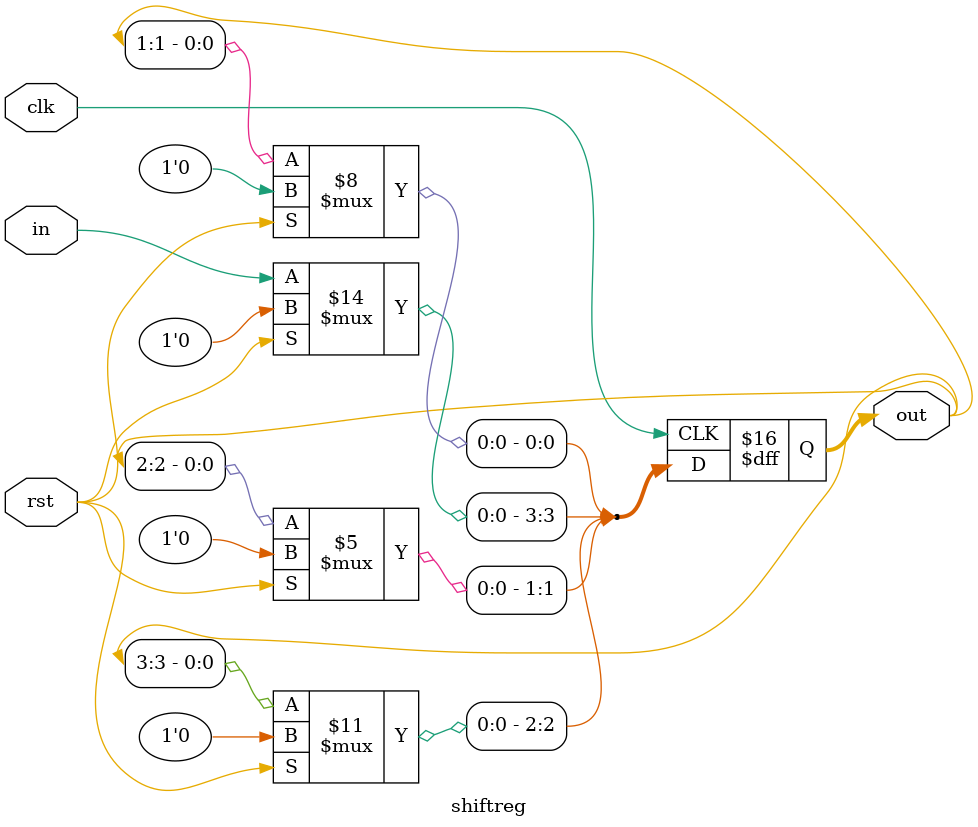
<source format=v>
`timescale 1ns / 1ps

module shiftreg(
    input clk, in, rst,
    output reg [3:0] out
    );
    initial out = 4'b1000;
    always @(posedge clk) begin
    if (rst==1'b1) 
        out <= 4'b0000;
    else begin
        out[3] <= in;
        out[2] <= out[3];
        out[1] <= out[2];
        out[0] <= out[1];
    end
end
endmodule

</source>
